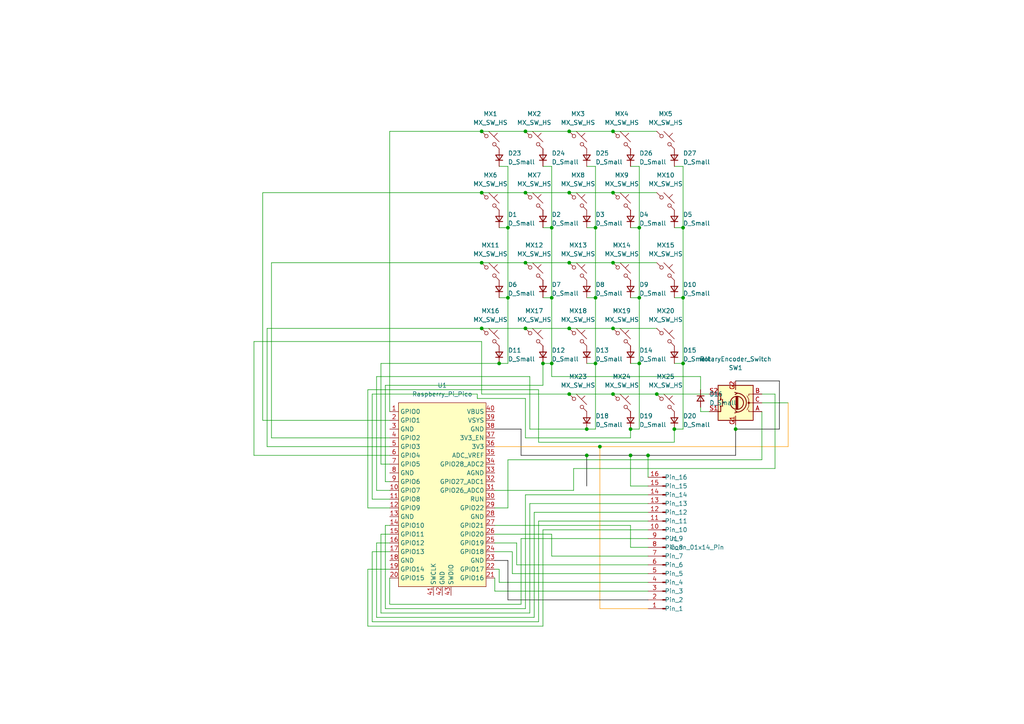
<source format=kicad_sch>
(kicad_sch (version 20230121) (generator eeschema)
  (paper "A4")
  (lib_symbols
    (symbol "Connector:Conn_01x16_Pin" (pin_names (offset 1.016))
      (property "Reference" "J" (at 0 20.32 0))
      (property "Value" "Conn_01x16_Pin" (at 0 -22.86 0))
      (symbol "Conn_01x16_Pin_1_1"
        (polyline (pts (xy 1.27 -20.32) (xy 0.8636 -20.32)) (stroke (width 0.1524)))
        (polyline (pts (xy 1.27 -17.78) (xy 0.8636 -17.78)) (stroke (width 0.1524)))
        (polyline (pts (xy 1.27 -15.24) (xy 0.8636 -15.24)) (stroke (width 0.1524)))
        (polyline (pts (xy 1.27 -12.7) (xy 0.8636 -12.7)) (stroke (width 0.1524)))
        (polyline (pts (xy 1.27 -10.16) (xy 0.8636 -10.16)) (stroke (width 0.1524)))
        (polyline (pts (xy 1.27 -7.62) (xy 0.8636 -7.62)) (stroke (width 0.1524)))
        (polyline (pts (xy 1.27 -5.08) (xy 0.8636 -5.08)) (stroke (width 0.1524)))
        (polyline (pts (xy 1.27 -2.54) (xy 0.8636 -2.54)) (stroke (width 0.1524)))
        (polyline (pts (xy 1.27 0) (xy 0.8636 0)) (stroke (width 0.1524)))
        (polyline (pts (xy 1.27 2.54) (xy 0.8636 2.54)) (stroke (width 0.1524)))
        (polyline (pts (xy 1.27 5.08) (xy 0.8636 5.08)) (stroke (width 0.1524)))
        (polyline (pts (xy 1.27 7.62) (xy 0.8636 7.62)) (stroke (width 0.1524)))
        (polyline (pts (xy 1.27 10.16) (xy 0.8636 10.16)) (stroke (width 0.1524)))
        (polyline (pts (xy 1.27 12.7) (xy 0.8636 12.7)) (stroke (width 0.1524)))
        (polyline (pts (xy 1.27 15.24) (xy 0.8636 15.24)) (stroke (width 0.1524)))
        (polyline (pts (xy 1.27 17.78) (xy 0.8636 17.78)) (stroke (width 0.1524)))
        (rectangle (start 0.8636 -20.193) (end 0 -20.447) (stroke (width 0.1524)) (fill (type outline)))
        (rectangle (start 0.8636 -17.653) (end 0 -17.907) (stroke (width 0.1524)) (fill (type outline)))
        (rectangle (start 0.8636 -15.113) (end 0 -15.367) (stroke (width 0.1524)) (fill (type outline)))
        (rectangle (start 0.8636 -12.573) (end 0 -12.827) (stroke (width 0.1524)) (fill (type outline)))
        (rectangle (start 0.8636 -10.033) (end 0 -10.287) (stroke (width 0.1524)) (fill (type outline)))
        (rectangle (start 0.8636 -7.493) (end 0 -7.747) (stroke (width 0.1524)) (fill (type outline)))
        (rectangle (start 0.8636 -4.953) (end 0 -5.207) (stroke (width 0.1524)) (fill (type outline)))
        (rectangle (start 0.8636 -2.413) (end 0 -2.667) (stroke (width 0.1524)) (fill (type outline)))
        (rectangle (start 0.8636 0.127) (end 0 -0.127) (stroke (width 0.1524)) (fill (type outline)))
        (rectangle (start 0.8636 2.667) (end 0 2.413) (stroke (width 0.1524)) (fill (type outline)))
        (rectangle (start 0.8636 5.207) (end 0 4.953) (stroke (width 0.1524)) (fill (type outline)))
        (rectangle (start 0.8636 7.747) (end 0 7.493) (stroke (width 0.1524)) (fill (type outline)))
        (rectangle (start 0.8636 10.287) (end 0 10.033) (stroke (width 0.1524)) (fill (type outline)))
        (rectangle (start 0.8636 12.827) (end 0 12.573) (stroke (width 0.1524)) (fill (type outline)))
        (rectangle (start 0.8636 15.367) (end 0 15.113) (stroke (width 0.1524)) (fill (type outline)))
        (rectangle (start 0.8636 17.907) (end 0 17.653) (stroke (width 0.1524)) (fill (type outline)))
        (pin passive line (at 5.08 17.78 180) (length 3.81) (name "Pin_1") (number "1"))
        (pin passive line (at 5.08 -5.08 180) (length 3.81) (name "Pin_10") (number "10"))
        (pin passive line (at 5.08 -7.62 180) (length 3.81) (name "Pin_11") (number "11"))
        (pin passive line (at 5.08 -10.16 180) (length 3.81) (name "Pin_12") (number "12"))
        (pin passive line (at 5.08 -12.7 180) (length 3.81) (name "Pin_13") (number "13"))
        (pin passive line (at 5.08 -15.24 180) (length 3.81) (name "Pin_14") (number "14"))
        (pin passive line (at 5.08 -17.78 180) (length 3.81) (name "Pin_15") (number "15"))
        (pin passive line (at 5.08 -20.32 180) (length 3.81) (name "Pin_16") (number "16"))
        (pin passive line (at 5.08 15.24 180) (length 3.81) (name "Pin_2") (number "2"))
        (pin passive line (at 5.08 12.7 180) (length 3.81) (name "Pin_3") (number "3"))
        (pin passive line (at 5.08 10.16 180) (length 3.81) (name "Pin_4") (number "4"))
        (pin passive line (at 5.08 7.62 180) (length 3.81) (name "Pin_5") (number "5"))
        (pin passive line (at 5.08 5.08 180) (length 3.81) (name "Pin_6") (number "6"))
        (pin passive line (at 5.08 2.54 180) (length 3.81) (name "Pin_7") (number "7"))
        (pin passive line (at 5.08 0 180) (length 3.81) (name "Pin_8") (number "8"))
        (pin passive line (at 5.08 -2.54 180) (length 3.81) (name "Pin_9") (number "9"))
      )
    )
    (symbol "Device:D_Small" (pin_numbers hide) (pin_names (offset 0.254) hide)
      (property "Reference" "D" (at -1.27 2.032 0))
      (property "Value" "D_Small" (at -3.81 -2.032 0))
      (symbol "D_Small_0_1"
        (polyline (pts (xy -0.762 -1.016) (xy -0.762 1.016)) (stroke (width 0.254)))
        (polyline (pts (xy -0.762 0) (xy 0.762 0)))
        (polyline (pts (xy 0.762 -1.016) (xy -0.762 0) (xy 0.762 1.016) (xy 0.762 -1.016)) (stroke (width 0.254)))
      )
      (symbol "D_Small_1_1"
        (pin passive line (at -2.54 0 0) (length 1.778) (name "K") (number "1"))
        (pin passive line (at 2.54 0 180) (length 1.778) (name "A") (number "2"))
      )
    )
    (symbol "Device:RotaryEncoder_Switch" (pin_names (offset 0.254) hide)
      (property "Reference" "SW1" (at 0 -10.16 0))
      (property "Value" "RotaryEncoder_Switch" (at 0 -12.7 0))
      (symbol "RotaryEncoder_Switch_0_1"
        (rectangle (start -5.08 5.08) (end 5.08 -5.08) (stroke (width 0.254)) (fill (type background)))
        (circle (center -3.81 0) (radius 0.254) (fill (type outline)))
        (circle (center -0.381 0) (radius 1.905) (stroke (width 0.254)))
        (arc (start -0.381 2.667) (mid -3.0988 -0.0635) (end -0.381 -2.794) (stroke (width 0.254)))
        (polyline (pts (xy -0.635 -1.778) (xy -0.635 1.778)) (stroke (width 0.254)))
        (polyline (pts (xy -0.381 -1.778) (xy -0.381 1.778)) (stroke (width 0.254)))
        (polyline (pts (xy -0.127 1.778) (xy -0.127 -1.778)) (stroke (width 0.254)))
        (polyline (pts (xy 3.81 0) (xy 3.429 0)) (stroke (width 0.254)))
        (polyline (pts (xy 3.81 1.016) (xy 3.81 -1.016)) (stroke (width 0.254)))
        (polyline (pts (xy -5.08 -2.54) (xy -3.81 -2.54) (xy -3.81 -2.032)))
        (polyline (pts (xy -5.08 2.54) (xy -3.81 2.54) (xy -3.81 2.032)))
        (polyline (pts (xy 0.254 -3.048) (xy -0.508 -2.794) (xy 0.127 -2.413)) (stroke (width 0.254)))
        (polyline (pts (xy 0.254 2.921) (xy -0.508 2.667) (xy 0.127 2.286)) (stroke (width 0.254)))
        (polyline (pts (xy 5.08 -2.54) (xy 4.318 -2.54) (xy 4.318 -1.016)) (stroke (width 0.254)))
        (polyline (pts (xy 5.08 2.54) (xy 4.318 2.54) (xy 4.318 1.016)) (stroke (width 0.254)))
        (polyline (pts (xy -5.08 0) (xy -3.81 0) (xy -3.81 -1.016) (xy -3.302 -2.032)))
        (polyline (pts (xy -4.318 0) (xy -3.81 0) (xy -3.81 1.016) (xy -3.302 2.032)))
        (circle (center 4.318 -1.016) (radius 0.127) (stroke (width 0.254)))
        (circle (center 4.318 1.016) (radius 0.127) (stroke (width 0.254)))
      )
      (symbol "RotaryEncoder_Switch_1_1"
        (pin passive line (at -7.62 2.54 0) (length 2.54) (name "A") (number "A"))
        (pin passive line (at -7.62 -2.54 0) (length 2.54) (name "B") (number "B"))
        (pin passive line (at -7.62 0 0) (length 2.54) (name "C") (number "C"))
        (pin passive line (at 0 6.35 270) (length 2.54) (name "G1") (number "G1"))
        (pin passive line (at 0 -6.35 90) (length 2.54) (name "G2") (number "G2"))
        (pin passive line (at 7.62 2.54 180) (length 2.54) (name "S1") (number "S1"))
        (pin passive line (at 7.62 -2.54 180) (length 2.54) (name "S2") (number "S2"))
      )
    )
    (symbol "PCM_marbastlib-mx:MX_SW_HS" (pin_numbers hide) (pin_names (offset 1.016) hide)
      (property "Reference" "MX" (at 3.048 1.016 0))
      (property "Value" "MX_SW_HS" (at 0 -3.81 0))
      (symbol "MX_SW_HS_0_1"
        (circle (center -1.1684 1.1684) (radius 0.508))
        (polyline (pts (xy -0.508 2.54) (xy 2.54 -0.508)))
        (polyline (pts (xy 1.016 1.016) (xy 2.032 2.032)))
        (polyline (pts (xy -2.54 2.54) (xy -1.524 1.524) (xy -1.524 1.524)))
        (polyline (pts (xy 1.524 -1.524) (xy 2.54 -2.54) (xy 2.54 -2.54) (xy 2.54 -2.54)))
        (circle (center 1.143 -1.1938) (radius 0.508))
        (pin passive line (at -2.54 2.54 0) (length 0) (name "1") (number "1"))
        (pin passive line (at 2.54 -2.54 180) (length 0) (name "2") (number "2"))
      )
    )
    (symbol "ScottoKeebs:MCU_Raspberry_Pi_Pico"
      (property "Reference" "U" (at 0 0 0))
      (property "Value" "Raspberry_Pi_Pico" (at 0 27.94 0))
      (symbol "MCU_Raspberry_Pi_Pico_0_1"
        (rectangle (start -12.7 26.67) (end 12.7 -26.67) (fill (type background)))
      )
      (symbol "MCU_Raspberry_Pi_Pico_1_1"
        (pin bidirectional line (at -15.24 24.13 0) (length 2.54) (name "GPIO0") (number "1"))
        (pin bidirectional line (at -15.24 1.27 0) (length 2.54) (name "GPIO7") (number "10"))
        (pin bidirectional line (at -15.24 -1.27 0) (length 2.54) (name "GPIO8") (number "11"))
        (pin bidirectional line (at -15.24 -3.81 0) (length 2.54) (name "GPIO9") (number "12"))
        (pin power_in line (at -15.24 -6.35 0) (length 2.54) (name "GND") (number "13"))
        (pin bidirectional line (at -15.24 -8.89 0) (length 2.54) (name "GPIO10") (number "14"))
        (pin bidirectional line (at -15.24 -11.43 0) (length 2.54) (name "GPIO11") (number "15"))
        (pin bidirectional line (at -15.24 -13.97 0) (length 2.54) (name "GPIO12") (number "16"))
        (pin bidirectional line (at -15.24 -16.51 0) (length 2.54) (name "GPIO13") (number "17"))
        (pin power_in line (at -15.24 -19.05 0) (length 2.54) (name "GND") (number "18"))
        (pin bidirectional line (at -15.24 -21.59 0) (length 2.54) (name "GPIO14") (number "19"))
        (pin bidirectional line (at -15.24 21.59 0) (length 2.54) (name "GPIO1") (number "2"))
        (pin bidirectional line (at -15.24 -24.13 0) (length 2.54) (name "GPIO15") (number "20"))
        (pin bidirectional line (at 15.24 -24.13 180) (length 2.54) (name "GPIO16") (number "21"))
        (pin bidirectional line (at 15.24 -21.59 180) (length 2.54) (name "GPIO17") (number "22"))
        (pin power_in line (at 15.24 -19.05 180) (length 2.54) (name "GND") (number "23"))
        (pin bidirectional line (at 15.24 -16.51 180) (length 2.54) (name "GPIO18") (number "24"))
        (pin bidirectional line (at 15.24 -13.97 180) (length 2.54) (name "GPIO19") (number "25"))
        (pin bidirectional line (at 15.24 -11.43 180) (length 2.54) (name "GPIO20") (number "26"))
        (pin bidirectional line (at 15.24 -8.89 180) (length 2.54) (name "GPIO21") (number "27"))
        (pin power_in line (at 15.24 -6.35 180) (length 2.54) (name "GND") (number "28"))
        (pin bidirectional line (at 15.24 -3.81 180) (length 2.54) (name "GPIO22") (number "29"))
        (pin power_in line (at -15.24 19.05 0) (length 2.54) (name "GND") (number "3"))
        (pin input line (at 15.24 -1.27 180) (length 2.54) (name "RUN") (number "30"))
        (pin bidirectional line (at 15.24 1.27 180) (length 2.54) (name "GPIO26_ADC0") (number "31"))
        (pin bidirectional line (at 15.24 3.81 180) (length 2.54) (name "GPIO27_ADC1") (number "32"))
        (pin power_in line (at 15.24 6.35 180) (length 2.54) (name "AGND") (number "33"))
        (pin bidirectional line (at 15.24 8.89 180) (length 2.54) (name "GPIO28_ADC2") (number "34"))
        (pin power_in line (at 15.24 11.43 180) (length 2.54) (name "ADC_VREF") (number "35"))
        (pin power_in line (at 15.24 13.97 180) (length 2.54) (name "3V3") (number "36"))
        (pin input line (at 15.24 16.51 180) (length 2.54) (name "3V3_EN") (number "37"))
        (pin bidirectional line (at 15.24 19.05 180) (length 2.54) (name "GND") (number "38"))
        (pin power_in line (at 15.24 21.59 180) (length 2.54) (name "VSYS") (number "39"))
        (pin bidirectional line (at -15.24 16.51 0) (length 2.54) (name "GPIO2") (number "4"))
        (pin power_in line (at 15.24 24.13 180) (length 2.54) (name "VBUS") (number "40"))
        (pin input line (at -2.54 -29.21 90) (length 2.54) (name "SWCLK") (number "41"))
        (pin power_in line (at 0 -29.21 90) (length 2.54) (name "GND") (number "42"))
        (pin bidirectional line (at 2.54 -29.21 90) (length 2.54) (name "SWDIO") (number "43"))
        (pin bidirectional line (at -15.24 13.97 0) (length 2.54) (name "GPIO3") (number "5"))
        (pin bidirectional line (at -15.24 11.43 0) (length 2.54) (name "GPIO4") (number "6"))
        (pin bidirectional line (at -15.24 8.89 0) (length 2.54) (name "GPIO5") (number "7"))
        (pin power_in line (at -15.24 6.35 0) (length 2.54) (name "GND") (number "8"))
        (pin bidirectional line (at -15.24 3.81 0) (length 2.54) (name "GPIO6") (number "9"))
      )
    )
  )
  (junction (at 165.1 55.88))
  (junction (at 165.1 76.2))
  (junction (at 198.12 86.36))
  (junction (at 172.72 86.36))
  (junction (at 160.02 105.41))
  (junction (at 177.8 55.88))
  (junction (at 177.8 38.1))
  (junction (at 139.7 95.25))
  (junction (at 139.7 76.2))
  (junction (at 185.42 66.04))
  (junction (at 172.72 105.41))
  (junction (at 152.4 76.2))
  (junction (at 195.58 124.46))
  (junction (at 157.48 105.41))
  (junction (at 177.8 76.2))
  (junction (at 165.1 38.1))
  (junction (at 170.18 132.08))
  (junction (at 152.4 95.25))
  (junction (at 144.78 105.41))
  (junction (at 172.72 66.04))
  (junction (at 198.12 66.04))
  (junction (at 173.99 129.54))
  (junction (at 152.4 38.1))
  (junction (at 187.96 132.08))
  (junction (at 185.42 86.36))
  (junction (at 139.7 38.1))
  (junction (at 152.4 55.88))
  (junction (at 165.1 95.25))
  (junction (at 147.32 86.36))
  (junction (at 177.8 114.3))
  (junction (at 177.8 95.25))
  (junction (at 182.88 124.46))
  (junction (at 160.02 86.36))
  (junction (at 139.7 55.88))
  (junction (at 185.42 105.41))
  (junction (at 198.12 105.41))
  (junction (at 165.1 114.3))
  (junction (at 170.18 124.46))
  (junction (at 147.32 66.04))
  (junction (at 190.5 114.3))
  (junction (at 160.02 66.04))
  (junction (at 213.36 124.46))
  (junction (at 182.88 132.08))
  (wire (pts (xy 109.22 179.07) (xy 154.94 179.07)))
  (wire (pts (xy 177.8 38.1) (xy 190.5 38.1)))
  (wire (pts (xy 198.12 48.26) (xy 198.12 66.04)))
  (wire (pts (xy 106.68 113.03) (xy 156.21 113.03)))
  (wire (pts (xy 147.32 66.04) (xy 144.78 66.04)))
  (wire (pts (xy 151.13 156.21) (xy 187.96 156.21)))
  (wire (pts (xy 143.51 160.02) (xy 148.59 160.02)))
  (wire (pts (xy 160.02 66.04) (xy 160.02 86.36)))
  (wire (pts (xy 76.2 121.92) (xy 76.2 55.88)))
  (wire (pts (xy 185.42 66.04) (xy 182.88 66.04)))
  (wire (pts (xy 198.12 66.04) (xy 195.58 66.04)))
  (wire (pts (xy 147.32 86.36) (xy 147.32 105.41)))
  (wire (pts (xy 149.86 163.83) (xy 187.96 163.83)))
  (wire (pts (xy 110.49 154.94) (xy 110.49 177.8)))
  (wire (pts (xy 177.8 76.2) (xy 190.5 76.2)))
  (wire (pts (xy 143.51 154.94) (xy 160.02 154.94)))
  (wire (pts (xy 153.67 146.05) (xy 187.96 146.05)))
  (wire (pts (xy 173.99 129.54) (xy 228.6 129.54)) (stroke (width 0) (color 255 153 0 1)))
  (wire (pts (xy 154.94 179.07) (xy 154.94 148.59)))
  (wire (pts (xy 185.42 105.41) (xy 185.42 124.46)))
  (wire (pts (xy 148.59 166.37) (xy 187.96 166.37)))
  (wire (pts (xy 147.32 173.99) (xy 187.96 173.99)) (stroke (width 0) (color 0 0 0 1)))
  (wire (pts (xy 109.22 109.22) (xy 153.67 109.22)))
  (wire (pts (xy 220.98 133.35) (xy 220.98 119.38)))
  (wire (pts (xy 156.21 113.03) (xy 156.21 128.27)))
  (wire (pts (xy 113.03 147.32) (xy 106.68 147.32)))
  (wire (pts (xy 160.02 86.36) (xy 157.48 86.36)))
  (wire (pts (xy 106.68 147.32) (xy 106.68 113.03)))
  (wire (pts (xy 153.67 124.46) (xy 170.18 124.46)))
  (wire (pts (xy 77.47 95.25) (xy 139.7 95.25)))
  (wire (pts (xy 139.7 99.06) (xy 139.7 114.3)))
  (wire (pts (xy 107.95 114.3) (xy 138.43 114.3)))
  (wire (pts (xy 147.32 162.56) (xy 147.32 173.99)) (stroke (width 0) (color 0 0 0 1)))
  (wire (pts (xy 113.03 175.26) (xy 151.13 175.26)))
  (wire (pts (xy 203.2 119.38) (xy 205.74 119.38)))
  (wire (pts (xy 160.02 109.22) (xy 203.2 109.22)))
  (wire (pts (xy 113.03 129.54) (xy 77.47 129.54)))
  (wire (pts (xy 187.96 132.08) (xy 187.96 138.43)))
  (wire (pts (xy 160.02 154.94) (xy 160.02 161.29)))
  (wire (pts (xy 152.4 55.88) (xy 165.1 55.88)))
  (wire (pts (xy 113.03 157.48) (xy 109.22 157.48)))
  (wire (pts (xy 170.18 132.08) (xy 182.88 132.08)) (stroke (width 0) (color 0 0 0 1)))
  (wire (pts (xy 143.51 152.4) (xy 182.88 152.4)))
  (wire (pts (xy 109.22 142.24) (xy 109.22 109.22)))
  (wire (pts (xy 166.37 135.89) (xy 224.79 135.89)))
  (wire (pts (xy 213.36 123.19) (xy 213.36 124.46)))
  (wire (pts (xy 153.67 177.8) (xy 153.67 146.05)))
  (wire (pts (xy 165.1 95.25) (xy 177.8 95.25)))
  (wire (pts (xy 160.02 66.04) (xy 157.48 66.04)))
  (wire (pts (xy 172.72 86.36) (xy 170.18 86.36)))
  (wire (pts (xy 147.32 86.36) (xy 144.78 86.36)))
  (wire (pts (xy 152.4 115.57) (xy 152.4 127)))
  (wire (pts (xy 153.67 109.22) (xy 153.67 124.46)))
  (wire (pts (xy 149.86 157.48) (xy 149.86 163.83)))
  (wire (pts (xy 143.51 142.24) (xy 166.37 142.24)))
  (wire (pts (xy 113.03 142.24) (xy 109.22 142.24)))
  (wire (pts (xy 143.51 124.46) (xy 151.13 124.46)) (stroke (width 0) (color 0 0 0 1)))
  (wire (pts (xy 152.4 76.2) (xy 165.1 76.2)))
  (wire (pts (xy 182.88 158.75) (xy 187.96 158.75)))
  (wire (pts (xy 198.12 66.04) (xy 198.12 86.36)))
  (wire (pts (xy 185.42 86.36) (xy 185.42 105.41)))
  (wire (pts (xy 147.32 48.26) (xy 147.32 66.04)))
  (wire (pts (xy 160.02 105.41) (xy 157.48 105.41)))
  (wire (pts (xy 152.4 38.1) (xy 165.1 38.1)))
  (wire (pts (xy 151.13 132.08) (xy 170.18 132.08)) (stroke (width 0) (color 0 0 0 1)))
  (wire (pts (xy 195.58 48.26) (xy 198.12 48.26)))
  (wire (pts (xy 172.72 105.41) (xy 170.18 105.41)))
  (wire (pts (xy 143.51 167.64) (xy 143.51 171.45)))
  (wire (pts (xy 147.32 105.41) (xy 144.78 105.41)))
  (wire (pts (xy 139.7 95.25) (xy 152.4 95.25)))
  (wire (pts (xy 109.22 157.48) (xy 109.22 179.07)))
  (wire (pts (xy 213.36 132.08) (xy 213.36 124.46)) (stroke (width 0) (color 0 0 0 1)))
  (wire (pts (xy 170.18 140.97) (xy 170.18 132.08)) (stroke (width 0) (color 0 0 0 1)))
  (wire (pts (xy 139.7 76.2) (xy 152.4 76.2)))
  (wire (pts (xy 185.42 105.41) (xy 182.88 105.41)))
  (wire (pts (xy 113.03 127) (xy 78.74 127)))
  (wire (pts (xy 111.76 111.76) (xy 157.48 111.76)))
  (wire (pts (xy 198.12 105.41) (xy 198.12 124.46)))
  (wire (pts (xy 228.6 129.54) (xy 228.6 116.84)) (stroke (width 0) (color 255 153 0 1)))
  (wire (pts (xy 203.2 118.11) (xy 203.2 119.38)))
  (wire (pts (xy 138.43 114.3) (xy 138.43 115.57)))
  (wire (pts (xy 139.7 38.1) (xy 152.4 38.1)))
  (wire (pts (xy 111.76 176.53) (xy 152.4 176.53)))
  (wire (pts (xy 147.32 147.32) (xy 147.32 133.35)))
  (wire (pts (xy 78.74 76.2) (xy 139.7 76.2)))
  (wire (pts (xy 156.21 128.27) (xy 195.58 128.27)))
  (wire (pts (xy 139.7 55.88) (xy 152.4 55.88)))
  (wire (pts (xy 157.48 111.76) (xy 157.48 105.41)))
  (wire (pts (xy 172.72 48.26) (xy 172.72 66.04)))
  (wire (pts (xy 113.03 38.1) (xy 113.03 119.38)))
  (wire (pts (xy 138.43 115.57) (xy 152.4 115.57)))
  (wire (pts (xy 177.8 55.88) (xy 190.5 55.88)))
  (wire (pts (xy 187.96 140.97) (xy 182.88 140.97)))
  (wire (pts (xy 113.03 154.94) (xy 110.49 154.94)))
  (wire (pts (xy 73.66 132.08) (xy 73.66 99.06)))
  (wire (pts (xy 182.88 127) (xy 182.88 124.46)))
  (wire (pts (xy 213.36 124.46) (xy 226.06 124.46)) (stroke (width 0) (color 0 0 0 1)))
  (wire (pts (xy 111.76 139.7) (xy 111.76 111.76)))
  (wire (pts (xy 160.02 48.26) (xy 160.02 66.04)))
  (wire (pts (xy 113.03 139.7) (xy 111.76 139.7)))
  (wire (pts (xy 172.72 66.04) (xy 172.72 86.36)))
  (wire (pts (xy 151.13 124.46) (xy 151.13 132.08)) (stroke (width 0) (color 0 0 0 1)))
  (wire (pts (xy 172.72 105.41) (xy 172.72 124.46)))
  (wire (pts (xy 182.88 48.26) (xy 185.42 48.26)))
  (wire (pts (xy 143.51 165.1) (xy 144.78 165.1)))
  (wire (pts (xy 147.32 66.04) (xy 147.32 86.36)))
  (wire (pts (xy 165.1 76.2) (xy 177.8 76.2)))
  (wire (pts (xy 143.51 129.54) (xy 173.99 129.54)) (stroke (width 0) (color 255 153 0 1)))
  (wire (pts (xy 110.49 105.41) (xy 144.78 105.41)))
  (wire (pts (xy 157.48 48.26) (xy 160.02 48.26)))
  (wire (pts (xy 156.21 180.34) (xy 156.21 151.13)))
  (wire (pts (xy 148.59 160.02) (xy 148.59 166.37)))
  (wire (pts (xy 151.13 175.26) (xy 151.13 156.21)))
  (wire (pts (xy 152.4 95.25) (xy 165.1 95.25)))
  (wire (pts (xy 113.03 144.78) (xy 107.95 144.78)))
  (wire (pts (xy 143.51 157.48) (xy 149.86 157.48)))
  (wire (pts (xy 139.7 114.3) (xy 165.1 114.3)))
  (wire (pts (xy 195.58 128.27) (xy 195.58 124.46)))
  (wire (pts (xy 113.03 132.08) (xy 73.66 132.08)))
  (wire (pts (xy 76.2 55.88) (xy 139.7 55.88)))
  (wire (pts (xy 160.02 86.36) (xy 160.02 105.41)))
  (wire (pts (xy 185.42 86.36) (xy 182.88 86.36)))
  (wire (pts (xy 113.03 152.4) (xy 111.76 152.4)))
  (wire (pts (xy 198.12 86.36) (xy 198.12 105.41)))
  (wire (pts (xy 154.94 148.59) (xy 187.96 148.59)))
  (wire (pts (xy 198.12 105.41) (xy 195.58 105.41)))
  (wire (pts (xy 190.5 114.3) (xy 205.74 114.3)))
  (wire (pts (xy 172.72 86.36) (xy 172.72 105.41)))
  (wire (pts (xy 110.49 134.62) (xy 110.49 105.41)))
  (wire (pts (xy 185.42 66.04) (xy 185.42 86.36)))
  (wire (pts (xy 226.06 124.46) (xy 226.06 110.49)) (stroke (width 0) (color 0 0 0 1)))
  (wire (pts (xy 170.18 48.26) (xy 172.72 48.26)))
  (wire (pts (xy 143.51 147.32) (xy 147.32 147.32)))
  (wire (pts (xy 185.42 48.26) (xy 185.42 66.04)))
  (wire (pts (xy 113.03 165.1) (xy 106.68 165.1)))
  (wire (pts (xy 165.1 114.3) (xy 177.8 114.3)))
  (wire (pts (xy 160.02 161.29) (xy 187.96 161.29)))
  (wire (pts (xy 172.72 66.04) (xy 170.18 66.04)))
  (wire (pts (xy 157.48 153.67) (xy 187.96 153.67)))
  (wire (pts (xy 160.02 105.41) (xy 160.02 109.22)))
  (wire (pts (xy 203.2 109.22) (xy 203.2 113.03)))
  (wire (pts (xy 78.74 127) (xy 78.74 76.2)))
  (wire (pts (xy 166.37 142.24) (xy 166.37 135.89)))
  (wire (pts (xy 152.4 127) (xy 182.88 127)))
  (wire (pts (xy 173.99 176.53) (xy 173.99 129.54)) (stroke (width 0) (color 255 153 0 1)))
  (wire (pts (xy 144.78 48.26) (xy 147.32 48.26)))
  (wire (pts (xy 177.8 95.25) (xy 190.5 95.25)))
  (wire (pts (xy 107.95 180.34) (xy 156.21 180.34)))
  (wire (pts (xy 152.4 176.53) (xy 152.4 143.51)))
  (wire (pts (xy 185.42 124.46) (xy 182.88 124.46)))
  (wire (pts (xy 165.1 55.88) (xy 177.8 55.88)))
  (wire (pts (xy 113.03 134.62) (xy 110.49 134.62)))
  (wire (pts (xy 224.79 135.89) (xy 224.79 114.3)))
  (wire (pts (xy 198.12 86.36) (xy 195.58 86.36)))
  (wire (pts (xy 143.51 162.56) (xy 147.32 162.56)) (stroke (width 0) (color 0 0 0 1)))
  (wire (pts (xy 157.48 181.61) (xy 157.48 153.67)))
  (wire (pts (xy 113.03 167.64) (xy 113.03 175.26)))
  (wire (pts (xy 172.72 124.46) (xy 170.18 124.46)))
  (wire (pts (xy 106.68 165.1) (xy 106.68 181.61)))
  (wire (pts (xy 228.6 116.84) (xy 220.98 116.84)))
  (wire (pts (xy 224.79 114.3) (xy 220.98 114.3)))
  (wire (pts (xy 152.4 143.51) (xy 187.96 143.51)))
  (wire (pts (xy 111.76 152.4) (xy 111.76 176.53)))
  (wire (pts (xy 144.78 165.1) (xy 144.78 168.91)))
  (wire (pts (xy 165.1 38.1) (xy 177.8 38.1)))
  (wire (pts (xy 198.12 124.46) (xy 195.58 124.46)))
  (wire (pts (xy 144.78 168.91) (xy 187.96 168.91)))
  (wire (pts (xy 182.88 140.97) (xy 182.88 132.08)))
  (wire (pts (xy 73.66 99.06) (xy 139.7 99.06)))
  (wire (pts (xy 113.03 121.92) (xy 76.2 121.92)))
  (wire (pts (xy 110.49 177.8) (xy 153.67 177.8)))
  (wire (pts (xy 107.95 144.78) (xy 107.95 114.3)))
  (wire (pts (xy 156.21 151.13) (xy 187.96 151.13)))
  (wire (pts (xy 187.96 176.53) (xy 173.99 176.53)) (stroke (width 0) (color 255 153 0 1)))
  (wire (pts (xy 107.95 160.02) (xy 107.95 180.34)))
  (wire (pts (xy 187.96 132.08) (xy 213.36 132.08)) (stroke (width 0) (color 0 0 0 1)))
  (wire (pts (xy 213.36 110.49) (xy 226.06 110.49)) (stroke (width 0) (color 0 0 0 1)))
  (wire (pts (xy 113.03 38.1) (xy 139.7 38.1)))
  (wire (pts (xy 177.8 114.3) (xy 190.5 114.3)))
  (wire (pts (xy 182.88 132.08) (xy 187.96 132.08)) (stroke (width 0) (color 0 0 0 1)))
  (wire (pts (xy 113.03 160.02) (xy 107.95 160.02)))
  (wire (pts (xy 182.88 152.4) (xy 182.88 158.75)))
  (wire (pts (xy 106.68 181.61) (xy 157.48 181.61)))
  (wire (pts (xy 147.32 133.35) (xy 220.98 133.35)))
  (wire (pts (xy 77.47 129.54) (xy 77.47 95.25)))
  (wire (pts (xy 143.51 171.45) (xy 187.96 171.45)))
  (symbol (lib_id "Connector:Conn_01x16_Pin") (at 193.04 158.75 180) (unit 1)
    (property "Reference" "J1" (at 194.31 156.21 0) (effects (justify right)))
    (property "Value" "Conn_01x14_Pin" (at 194.31 158.75 0) (effects (justify right)))
    (property "Footprint" "CustomKicad:XF3M-1415-1B" (effects hide))
  )
  (symbol (lib_id "PCM_marbastlib-mx:MX_SW_HS") (at 167.64 78.74 0) (unit 1)
    (property "Reference" "MX13" (at 167.64 71.12 0))
    (property "Value" "MX_SW_HS" (at 167.64 73.66 0))
    (property "Footprint" "PCM_marbastlib-mx:SW_MX_HS_1u" (effects hide))
  )
  (symbol (lib_id "Device:D_Small") (at 195.58 102.87 90) (unit 1)
    (property "Reference" "D15" (at 198.12 101.6 90) (effects (justify right)))
    (property "Value" "D_Small" (at 198.12 104.14 90) (effects (justify right)))
    (property "Footprint" "Diode_SMD:D_SOD-123" (effects hide))
    (property "Sim.Device" "D" (effects hide))
    (property "Sim.Pins" "1=K 2=A" (effects hide))
  )
  (symbol (lib_id "PCM_marbastlib-mx:MX_SW_HS") (at 142.24 58.42 0) (unit 1)
    (property "Reference" "MX6" (at 142.24 50.8 0))
    (property "Value" "MX_SW_HS" (at 142.24 53.34 0))
    (property "Footprint" "PCM_marbastlib-mx:SW_MX_HS_1u" (effects hide))
  )
  (symbol (lib_id "Device:D_Small") (at 195.58 63.5 90) (unit 1)
    (property "Reference" "D5" (at 198.12 62.23 90) (effects (justify right)))
    (property "Value" "D_Small" (at 198.12 64.77 90) (effects (justify right)))
    (property "Footprint" "Diode_SMD:D_SOD-123" (effects hide))
    (property "Sim.Device" "D" (effects hide))
    (property "Sim.Pins" "1=K 2=A" (effects hide))
  )
  (symbol (lib_id "Device:D_Small") (at 157.48 63.5 90) (unit 1)
    (property "Reference" "D2" (at 160.02 62.23 90) (effects (justify right)))
    (property "Value" "D_Small" (at 160.02 64.77 90) (effects (justify right)))
    (property "Footprint" "Diode_SMD:D_SOD-123" (effects hide))
    (property "Sim.Device" "D" (effects hide))
    (property "Sim.Pins" "1=K 2=A" (effects hide))
  )
  (symbol (lib_id "Device:D_Small") (at 157.48 45.72 90) (unit 1)
    (property "Reference" "D24" (at 160.02 44.45 90) (effects (justify right)))
    (property "Value" "D_Small" (at 160.02 46.99 90) (effects (justify right)))
    (property "Footprint" "Diode_SMD:D_SOD-123" (effects hide))
    (property "Sim.Device" "D" (effects hide))
    (property "Sim.Pins" "1=K 2=A" (effects hide))
  )
  (symbol (lib_id "Device:D_Small") (at 182.88 102.87 90) (unit 1)
    (property "Reference" "D14" (at 185.42 101.6 90) (effects (justify right)))
    (property "Value" "D_Small" (at 185.42 104.14 90) (effects (justify right)))
    (property "Footprint" "Diode_SMD:D_SOD-123" (effects hide))
    (property "Sim.Device" "D" (effects hide))
    (property "Sim.Pins" "1=K 2=A" (effects hide))
  )
  (symbol (lib_id "Device:D_Small") (at 195.58 45.72 90) (unit 1)
    (property "Reference" "D27" (at 198.12 44.45 90) (effects (justify right)))
    (property "Value" "D_Small" (at 198.12 46.99 90) (effects (justify right)))
    (property "Footprint" "Diode_SMD:D_SOD-123" (effects hide))
    (property "Sim.Device" "D" (effects hide))
    (property "Sim.Pins" "1=K 2=A" (effects hide))
  )
  (symbol (lib_id "Device:D_Small") (at 182.88 121.92 90) (unit 1)
    (property "Reference" "D19" (at 185.42 120.65 90) (effects (justify right)))
    (property "Value" "D_Small" (at 185.42 123.19 90) (effects (justify right)))
    (property "Footprint" "Diode_SMD:D_SOD-123" (effects hide))
    (property "Sim.Device" "D" (effects hide))
    (property "Sim.Pins" "1=K 2=A" (effects hide))
  )
  (symbol (lib_id "PCM_marbastlib-mx:MX_SW_HS") (at 193.04 78.74 0) (unit 1)
    (property "Reference" "MX15" (at 193.04 71.12 0))
    (property "Value" "MX_SW_HS" (at 193.04 73.66 0))
    (property "Footprint" "PCM_marbastlib-mx:SW_MX_HS_1u" (effects hide))
  )
  (symbol (lib_id "Device:D_Small") (at 182.88 45.72 90) (unit 1)
    (property "Reference" "D26" (at 185.42 44.45 90) (effects (justify right)))
    (property "Value" "D_Small" (at 185.42 46.99 90) (effects (justify right)))
    (property "Footprint" "Diode_SMD:D_SOD-123" (effects hide))
    (property "Sim.Device" "D" (effects hide))
    (property "Sim.Pins" "1=K 2=A" (effects hide))
  )
  (symbol (lib_id "PCM_marbastlib-mx:MX_SW_HS") (at 193.04 97.79 0) (unit 1)
    (property "Reference" "MX20" (at 193.04 90.17 0))
    (property "Value" "MX_SW_HS" (at 193.04 92.71 0))
    (property "Footprint" "PCM_marbastlib-mx:SW_MX_HS_1u" (effects hide))
  )
  (symbol (lib_id "PCM_marbastlib-mx:MX_SW_HS") (at 154.94 58.42 0) (unit 1)
    (property "Reference" "MX7" (at 154.94 50.8 0))
    (property "Value" "MX_SW_HS" (at 154.94 53.34 0))
    (property "Footprint" "PCM_marbastlib-mx:SW_MX_HS_1u" (effects hide))
  )
  (symbol (lib_id "PCM_marbastlib-mx:MX_SW_HS") (at 180.34 97.79 0) (unit 1)
    (property "Reference" "MX19" (at 180.34 90.17 0))
    (property "Value" "MX_SW_HS" (at 180.34 92.71 0))
    (property "Footprint" "PCM_marbastlib-mx:SW_MX_HS_1u" (effects hide))
  )
  (symbol (lib_id "Device:D_Small") (at 182.88 83.82 90) (unit 1)
    (property "Reference" "D9" (at 185.42 82.55 90) (effects (justify right)))
    (property "Value" "D_Small" (at 185.42 85.09 90) (effects (justify right)))
    (property "Footprint" "Diode_SMD:D_SOD-123" (effects hide))
    (property "Sim.Device" "D" (effects hide))
    (property "Sim.Pins" "1=K 2=A" (effects hide))
  )
  (symbol (lib_id "PCM_marbastlib-mx:MX_SW_HS") (at 193.04 58.42 0) (unit 1)
    (property "Reference" "MX10" (at 193.04 50.8 0))
    (property "Value" "MX_SW_HS" (at 193.04 53.34 0))
    (property "Footprint" "PCM_marbastlib-mx:SW_MX_HS_1u" (effects hide))
  )
  (symbol (lib_id "PCM_marbastlib-mx:MX_SW_HS") (at 167.64 116.84 0) (unit 1)
    (property "Reference" "MX23" (at 167.64 109.22 0))
    (property "Value" "MX_SW_HS" (at 167.64 111.76 0))
    (property "Footprint" "PCM_marbastlib-mx:SW_MX_HS_1u" (effects hide))
  )
  (symbol (lib_id "Device:D_Small") (at 170.18 83.82 90) (unit 1)
    (property "Reference" "D8" (at 172.72 82.55 90) (effects (justify right)))
    (property "Value" "D_Small" (at 172.72 85.09 90) (effects (justify right)))
    (property "Footprint" "Diode_SMD:D_SOD-123" (effects hide))
    (property "Sim.Device" "D" (effects hide))
    (property "Sim.Pins" "1=K 2=A" (effects hide))
  )
  (symbol (lib_id "Device:D_Small") (at 144.78 102.87 90) (unit 1)
    (property "Reference" "D11" (at 147.32 101.6 90) (effects (justify right)))
    (property "Value" "D_Small" (at 147.32 104.14 90) (effects (justify right)))
    (property "Footprint" "Diode_SMD:D_SOD-123" (effects hide))
    (property "Sim.Device" "D" (effects hide))
    (property "Sim.Pins" "1=K 2=A" (effects hide))
  )
  (symbol (lib_id "PCM_marbastlib-mx:MX_SW_HS") (at 154.94 78.74 0) (unit 1)
    (property "Reference" "MX12" (at 154.94 71.12 0))
    (property "Value" "MX_SW_HS" (at 154.94 73.66 0))
    (property "Footprint" "PCM_marbastlib-mx:SW_MX_HS_1u" (effects hide))
  )
  (symbol (lib_id "Device:D_Small") (at 170.18 102.87 90) (unit 1)
    (property "Reference" "D13" (at 172.72 101.6 90) (effects (justify right)))
    (property "Value" "D_Small" (at 172.72 104.14 90) (effects (justify right)))
    (property "Footprint" "Diode_SMD:D_SOD-123" (effects hide))
    (property "Sim.Device" "D" (effects hide))
    (property "Sim.Pins" "1=K 2=A" (effects hide))
  )
  (symbol (lib_id "Device:D_Small") (at 182.88 63.5 90) (unit 1)
    (property "Reference" "D4" (at 185.42 62.23 90) (effects (justify right)))
    (property "Value" "D_Small" (at 185.42 64.77 90) (effects (justify right)))
    (property "Footprint" "Diode_SMD:D_SOD-123" (effects hide))
    (property "Sim.Device" "D" (effects hide))
    (property "Sim.Pins" "1=K 2=A" (effects hide))
  )
  (symbol (lib_id "PCM_marbastlib-mx:MX_SW_HS") (at 154.94 97.79 0) (unit 1)
    (property "Reference" "MX17" (at 154.94 90.17 0))
    (property "Value" "MX_SW_HS" (at 154.94 92.71 0))
    (property "Footprint" "PCM_marbastlib-mx:SW_MX_HS_1u" (effects hide))
  )
  (symbol (lib_id "Device:D_Small") (at 144.78 83.82 90) (unit 1)
    (property "Reference" "D6" (at 147.32 82.55 90) (effects (justify right)))
    (property "Value" "D_Small" (at 147.32 85.09 90) (effects (justify right)))
    (property "Footprint" "Diode_SMD:D_SOD-123" (effects hide))
    (property "Sim.Device" "D" (effects hide))
    (property "Sim.Pins" "1=K 2=A" (effects hide))
  )
  (symbol (lib_id "Device:D_Small") (at 170.18 121.92 90) (unit 1)
    (property "Reference" "D18" (at 172.72 120.65 90) (effects (justify right)))
    (property "Value" "D_Small" (at 172.72 123.19 90) (effects (justify right)))
    (property "Footprint" "Diode_SMD:D_SOD-123" (effects hide))
    (property "Sim.Device" "D" (effects hide))
    (property "Sim.Pins" "1=K 2=A" (effects hide))
  )
  (symbol (lib_id "PCM_marbastlib-mx:MX_SW_HS") (at 167.64 40.64 0) (unit 1)
    (property "Reference" "MX3" (at 167.64 33.02 0))
    (property "Value" "MX_SW_HS" (at 167.64 35.56 0))
    (property "Footprint" "PCM_marbastlib-mx:SW_MX_HS_1u" (effects hide))
  )
  (symbol (lib_id "PCM_marbastlib-mx:MX_SW_HS") (at 167.64 58.42 0) (unit 1)
    (property "Reference" "MX8" (at 167.64 50.8 0))
    (property "Value" "MX_SW_HS" (at 167.64 53.34 0))
    (property "Footprint" "PCM_marbastlib-mx:SW_MX_HS_1u" (effects hide))
  )
  (symbol (lib_id "Device:RotaryEncoder_Switch") (at 213.36 116.84 180) (unit 1)
    (property "Reference" "SW1" (at 213.36 106.68 0))
    (property "Value" "RotaryEncoder_Switch" (at 213.36 104.14 0))
    (property "Footprint" "CustomKicad:PEC12R-42" (effects hide))
  )
  (symbol (lib_id "PCM_marbastlib-mx:MX_SW_HS") (at 180.34 116.84 0) (unit 1)
    (property "Reference" "MX24" (at 180.34 109.22 0))
    (property "Value" "MX_SW_HS" (at 180.34 111.76 0))
    (property "Footprint" "PCM_marbastlib-mx:SW_MX_HS_1u" (effects hide))
  )
  (symbol (lib_id "Device:D_Small") (at 170.18 45.72 90) (unit 1)
    (property "Reference" "D25" (at 172.72 44.45 90) (effects (justify right)))
    (property "Value" "D_Small" (at 172.72 46.99 90) (effects (justify right)))
    (property "Footprint" "Diode_SMD:D_SOD-123" (effects hide))
    (property "Sim.Device" "D" (effects hide))
    (property "Sim.Pins" "1=K 2=A" (effects hide))
  )
  (symbol (lib_id "Device:D_Small") (at 144.78 63.5 90) (unit 1)
    (property "Reference" "D1" (at 147.32 62.23 90) (effects (justify right)))
    (property "Value" "D_Small" (at 147.32 64.77 90) (effects (justify right)))
    (property "Footprint" "Diode_SMD:D_SOD-123" (effects hide))
    (property "Sim.Device" "D" (effects hide))
    (property "Sim.Pins" "1=K 2=A" (effects hide))
  )
  (symbol (lib_id "Device:D_Small") (at 157.48 83.82 90) (unit 1)
    (property "Reference" "D7" (at 160.02 82.55 90) (effects (justify right)))
    (property "Value" "D_Small" (at 160.02 85.09 90) (effects (justify right)))
    (property "Footprint" "Diode_SMD:D_SOD-123" (effects hide))
    (property "Sim.Device" "D" (effects hide))
    (property "Sim.Pins" "1=K 2=A" (effects hide))
  )
  (symbol (lib_id "PCM_marbastlib-mx:MX_SW_HS") (at 193.04 116.84 0) (unit 1)
    (property "Reference" "MX25" (at 193.04 109.22 0))
    (property "Value" "MX_SW_HS" (at 193.04 111.76 0))
    (property "Footprint" "PCM_marbastlib-mx:SW_MX_HS_1u" (effects hide))
  )
  (symbol (lib_id "Device:D_Small") (at 170.18 63.5 90) (unit 1)
    (property "Reference" "D3" (at 172.72 62.23 90) (effects (justify right)))
    (property "Value" "D_Small" (at 172.72 64.77 90) (effects (justify right)))
    (property "Footprint" "Diode_SMD:D_SOD-123" (effects hide))
    (property "Sim.Device" "D" (effects hide))
    (property "Sim.Pins" "1=K 2=A" (effects hide))
  )
  (symbol (lib_id "PCM_marbastlib-mx:MX_SW_HS") (at 193.04 40.64 0) (unit 1)
    (property "Reference" "MX5" (at 193.04 33.02 0))
    (property "Value" "MX_SW_HS" (at 193.04 35.56 0))
    (property "Footprint" "PCM_marbastlib-mx:SW_MX_HS_1u" (effects hide))
  )
  (symbol (lib_id "PCM_marbastlib-mx:MX_SW_HS") (at 180.34 40.64 0) (unit 1)
    (property "Reference" "MX4" (at 180.34 33.02 0))
    (property "Value" "MX_SW_HS" (at 180.34 35.56 0))
    (property "Footprint" "PCM_marbastlib-mx:SW_MX_HS_1u" (effects hide))
  )
  (symbol (lib_id "ScottoKeebs:MCU_Raspberry_Pi_Pico") (at 128.27 143.51 0) (unit 1)
    (property "Reference" "U1" (at 128.27 111.76 0))
    (property "Value" "Raspberry_Pi_Pico" (at 128.27 114.3 0))
    (property "Footprint" "CustomKicad:RPi_Pico_SMD_TH" (effects hide))
  )
  (symbol (lib_id "Device:D_Small") (at 195.58 83.82 90) (unit 1)
    (property "Reference" "D10" (at 198.12 82.55 90) (effects (justify right)))
    (property "Value" "D_Small" (at 198.12 85.09 90) (effects (justify right)))
    (property "Footprint" "Diode_SMD:D_SOD-123" (effects hide))
    (property "Sim.Device" "D" (effects hide))
    (property "Sim.Pins" "1=K 2=A" (effects hide))
  )
  (symbol (lib_id "Device:D_Small") (at 203.2 115.57 270) (unit 1)
    (property "Reference" "D16" (at 205.74 114.3 90) (effects (justify left)))
    (property "Value" "D_Small" (at 205.74 116.84 90) (effects (justify left)))
    (property "Footprint" "Diode_SMD:D_SOD-123" (effects hide))
    (property "Sim.Device" "D" (effects hide))
    (property "Sim.Pins" "1=K 2=A" (effects hide))
  )
  (symbol (lib_id "Device:D_Small") (at 157.48 102.87 90) (unit 1)
    (property "Reference" "D12" (at 160.02 101.6 90) (effects (justify right)))
    (property "Value" "D_Small" (at 160.02 104.14 90) (effects (justify right)))
    (property "Footprint" "Diode_SMD:D_SOD-123" (effects hide))
    (property "Sim.Device" "D" (effects hide))
    (property "Sim.Pins" "1=K 2=A" (effects hide))
  )
  (symbol (lib_id "PCM_marbastlib-mx:MX_SW_HS") (at 167.64 97.79 0) (unit 1)
    (property "Reference" "MX18" (at 167.64 90.17 0))
    (property "Value" "MX_SW_HS" (at 167.64 92.71 0))
    (property "Footprint" "PCM_marbastlib-mx:SW_MX_HS_1u" (effects hide))
  )
  (symbol (lib_id "Device:D_Small") (at 144.78 45.72 90) (unit 1)
    (property "Reference" "D23" (at 147.32 44.45 90) (effects (justify right)))
    (property "Value" "D_Small" (at 147.32 46.99 90) (effects (justify right)))
    (property "Footprint" "Diode_SMD:D_SOD-123" (effects hide))
    (property "Sim.Device" "D" (effects hide))
    (property "Sim.Pins" "1=K 2=A" (effects hide))
  )
  (symbol (lib_id "PCM_marbastlib-mx:MX_SW_HS") (at 142.24 40.64 0) (unit 1)
    (property "Reference" "MX1" (at 142.24 33.02 0))
    (property "Value" "MX_SW_HS" (at 142.24 35.56 0))
    (property "Footprint" "PCM_marbastlib-mx:SW_MX_HS_1u" (effects hide))
  )
  (symbol (lib_id "PCM_marbastlib-mx:MX_SW_HS") (at 142.24 78.74 0) (unit 1)
    (property "Reference" "MX11" (at 142.24 71.12 0))
    (property "Value" "MX_SW_HS" (at 142.24 73.66 0))
    (property "Footprint" "PCM_marbastlib-mx:SW_MX_HS_1u" (effects hide))
  )
  (symbol (lib_id "Device:D_Small") (at 195.58 121.92 90) (unit 1)
    (property "Reference" "D20" (at 198.12 120.65 90) (effects (justify right)))
    (property "Value" "D_Small" (at 198.12 123.19 90) (effects (justify right)))
    (property "Footprint" "Diode_SMD:D_SOD-123" (effects hide))
    (property "Sim.Device" "D" (effects hide))
    (property "Sim.Pins" "1=K 2=A" (effects hide))
  )
  (symbol (lib_id "PCM_marbastlib-mx:MX_SW_HS") (at 142.24 97.79 0) (unit 1)
    (property "Reference" "MX16" (at 142.24 90.17 0))
    (property "Value" "MX_SW_HS" (at 142.24 92.71 0))
    (property "Footprint" "PCM_marbastlib-mx:SW_MX_HS_1u" (effects hide))
  )
  (symbol (lib_id "PCM_marbastlib-mx:MX_SW_HS") (at 180.34 78.74 0) (unit 1)
    (property "Reference" "MX14" (at 180.34 71.12 0))
    (property "Value" "MX_SW_HS" (at 180.34 73.66 0))
    (property "Footprint" "PCM_marbastlib-mx:SW_MX_HS_1u" (effects hide))
  )
  (symbol (lib_id "PCM_marbastlib-mx:MX_SW_HS") (at 154.94 40.64 0) (unit 1)
    (property "Reference" "MX2" (at 154.94 33.02 0))
    (property "Value" "MX_SW_HS" (at 154.94 35.56 0))
    (property "Footprint" "PCM_marbastlib-mx:SW_MX_HS_1u" (effects hide))
  )
  (symbol (lib_id "PCM_marbastlib-mx:MX_SW_HS") (at 180.34 58.42 0) (unit 1)
    (property "Reference" "MX9" (at 180.34 50.8 0))
    (property "Value" "MX_SW_HS" (at 180.34 53.34 0))
    (property "Footprint" "PCM_marbastlib-mx:SW_MX_HS_1u" (effects hide))
  )
)
</source>
